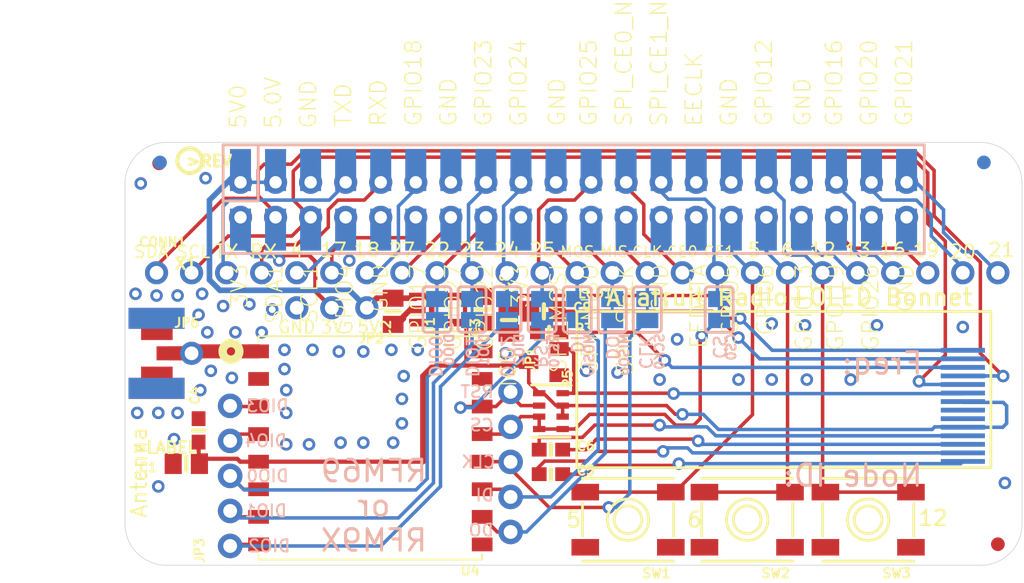
<source format=kicad_pcb>
(kicad_pcb (version 20211014) (generator pcbnew)
  (layers (0 "F.Cu" signal) (31 "B.Cu" signal) (34 "B.Paste" user) (35 "F.Paste" user) (36 "B.SilkS" user "B.Silkscreen") (37 "F.SilkS" user "F.Silkscreen") (38 "B.Mask" user) (39 "F.Mask" user) (44 "Edge.Cuts" user))
  (net 0 "")
  (net 1 "5.0V")
  (net 2 "SDA")
  (net 3 "SCL")
  (net 4 "GPIO4")
  (net 5 "GPIO17")
  (net 6 "GPIO27")
  (net 7 "GPIO22")
  (net 8 "SPI_MOSI")
  (net 9 "SPI_MISO")
  (net 10 "SPI_SCLK")
  (net 11 "GPIO5")
  (net 12 "GPIO6")
  (net 13 "GPIO13")
  (net 14 "GPIO19")
  (net 15 "GPIO26")
  (net 16 "3.3V")
  (net 17 "GND")
  (net 18 "TXD")
  (net 19 "RXD")
  (net 20 "GPIO18")
  (net 21 "GPIO24")
  (net 22 "GPIO25")
  (net 23 "SPI_CE0")
  (net 24 "SPI_CE1")
  (net 25 "EECLK")
  (net 26 "GPIO16")
  (net 27 "GPIO20")
  (net 28 "GPIO21")
  (net 29 "GPIO23")
  (net 30 "EEDATA")
  (net 31 "GPIO12")
  (net 32 "ANT")
  (net 33 "DIO3")
  (net 34 "DIO2")
  (net 35 "DIO1")
  (net 36 "DIO5")
  (net 37 "DIO4")
  (net 38 "DIO0")
  (net 39 "RFM_RST")
  (net 40 "RFM_MOSI")
  (net 41 "RFM_MISO")
  (net 42 "RFM_SCK")
  (net 43 "RFM_CS")
  (net 44 "RPI_3.3V")
  (net 45 "VBREF")
  (net 46 "N$1")
  (net 47 "N$2")
  (net 48 "N$3")
  (net 49 "N$4")
  (net 50 "VCOMH")
  (net 51 "N$7")
  (net 52 "VCC")
  (net 53 "~{OLED_RST}")
  (net 54 "RPI_3.3V@2")
  (footprint "boardEagle:0805-NO" (layer "F.Cu") (at 143.8141 102.5538 90)
    (fp_text reference "C8")
    (fp_text value "10uF")
  )
  (footprint "boardEagle:0603-NO" (layer "F.Cu") (at 146.8621 113.7298)
    (fp_text reference "C5")
    (fp_text value "1uF")
  )
  (footprint "boardEagle:EVQ-Q2_SMALLER" (layer "F.Cu") (at 152.4501 117.0318 180)
    (fp_text reference "SW1")
    (fp_text value "6mm")
  )
  (footprint "boardEagle:EVQ-Q2_SMALLER" (layer "F.Cu") (at 169.8491 117.0318 180)
    (fp_text reference "SW3")
    (fp_text value "6mm")
  )
  (footprint "boardEagle:1X05_ROUND_70" (layer "F.Cu") (at 123.6211 113.8568 90)
    (fp_text reference "JP3")
    (fp_text value "")
  )
  (footprint "boardEagle:0603-NO" (layer "F.Cu") (at 146.8621 111.9518)
    (fp_text reference "C6")
    (fp_text value "1uF")
  )
  (footprint "boardEagle:0603-NO" (layer "F.Cu") (at 121.3351 110.5548 90)
    (fp_text reference "C4")
    (fp_text value "0.1uF")
  )
  (footprint "boardEagle:0805-NO" (layer "F.Cu") (at 146.3541 101.9188)
    (fp_text reference "C9")
    (fp_text value "10uF")
  )
  (footprint "boardEagle:1X01_ROUND" (layer "F.Cu") (at 120.8271 104.9668)
    (fp_text reference "JP6")
    (fp_text value "")
  )
  (footprint "boardEagle:0603-NO" (layer "F.Cu") (at 146.7351 103.4428)
    (fp_text reference "R3")
    (fp_text value "390K")
  )
  (footprint "boardEagle:PI_BONNET_THMSMT" (layer "F.Cu") (at 116.0011 120.3338)
    (fp_text reference "RPI1" hide)
    (fp_text value "RASPBERRYPI_BPLUS_BONNET_THMSMT" hide)
    (fp_line (start 3 0) (end 62 0) (layer "Edge.Cuts") (width 0.05))
    (fp_line (start 65 -3) (end 65 -27.6604) (layer "Edge.Cuts") (width 0.05))
    (fp_line (start 0 -27.6604) (end 0 -3) (layer "Edge.Cuts") (width 0.05))
    (fp_line (start 62 -30.6604) (end 3 -30.6604) (layer "Edge.Cuts") (width 0.05))
    (fp_arc (start 62 -30.6604) (mid 64.12132 -29.78172) (end 65 -27.6604) (layer "Edge.Cuts") (width 0.05))
    (fp_arc (start 0 -27.6604) (mid 0.87868 -29.78172) (end 3 -30.6604) (layer "Edge.Cuts") (width 0.05))
    (fp_arc (start 3 0) (mid 0.87868 -0.87868) (end 0 -3) (layer "Edge.Cuts") (width 0.05))
    (fp_arc (start 65 -3) (mid 64.12132 -0.87868) (end 62 0) (layer "Edge.Cuts") (width 0.05))
  )
  (footprint "boardEagle:RESPACK_4X0603" (layer "F.Cu") (at 146.8621 109.1578 -90)
    (fp_text reference "R5")
    (fp_text value "10K")
  )
  (footprint "boardEagle:0805-NO" (layer "F.Cu") (at 135.4321 101.9188 -90)
    (fp_text reference "C2")
    (fp_text value "10uF")
  )
  (footprint "boardEagle:FIDUCIAL_1MM" (layer "F.Cu") (at 179.2471 118.8098)
    (fp_text reference "FID2" hide)
    (fp_text value "FIDUCIAL_1MM" hide)
  )
  (footprint "boardEagle:RFMHCW_SMT" (layer "F.Cu") (at 133.7811 111.8248 180)
    (fp_text reference "U4")
    (fp_text value "RFM69/9x")
  )
  (footprint "boardEagle:FIDUCIAL_1MM" (layer "F.Cu") (at 118.4776 91.1873)
    (fp_text reference "FID1" hide)
    (fp_text value "FIDUCIAL_1MM" hide)
  )
  (footprint "boardEagle:SOT23" (layer "F.Cu") (at 146.3541 105.6018 90)
    (fp_text reference "IC5")
    (fp_text value "APX803")
  )
  (footprint "boardEagle:0805-NO" (layer "F.Cu") (at 120.4461 112.9678 180)
    (fp_text reference "C1")
    (fp_text value "10uF")
  )
  (footprint "boardEagle:1X25_ROUND_70MIL" (layer "F.Cu") (at 148.7671 99.1248)
    (fp_text reference "CONN1")
    (fp_text value "HEADER-1X25")
  )
  (footprint "boardEagle:SOT23-5" (layer "F.Cu") (at 138.4801 101.7918 -90)
    (fp_text reference "U1")
    (fp_text value "AP2112K-3.3")
  )
  (footprint "boardEagle:0805-NO" (layer "F.Cu") (at 141.9091 101.7918 -90)
    (fp_text reference "C3")
    (fp_text value "10uF")
  )
  (footprint "boardEagle:1X05_ROUND_70" (layer "F.Cu") (at 143.9411 112.8408 -90)
    (fp_text reference "JP1")
    (fp_text value "")
  )
  (footprint "boardEagle:PCBFEAT-REV-040" (layer "F.Cu") (at 120.7001 90.9968)
    (fp_text reference "U$22" hide)
    (fp_text value "" hide)
  )
  (footprint "boardEagle:UG-2832HSWEG02_WRAPUNDER" (layer "F.Cu") (at 178.7391 107.5068)
    (fp_text reference "LCD1")
    (fp_text value "OLED 128x32")
  )
  (footprint "boardEagle:SMA_EDGELAUNCH_UFL" (layer "F.Cu") (at 116.2551 104.9668)
    (fp_text reference "X1")
    (fp_text value "uFL/SMA")
  )
  (footprint "boardEagle:EVQ-Q2_SMALLER" (layer "F.Cu") (at 161.0861 117.0318 180)
    (fp_text reference "SW2")
    (fp_text value "6mm")
  )
  (footprint "boardEagle:1X03_ROUND" (layer "F.Cu") (at 130.9871 101.6648 180)
    (fp_text reference "JP2")
    (fp_text value "")
  )
  (footprint "boardEagle:SOLDERJUMPER_CLOSEDWIRE" (layer "B.Cu") (at 143.6871 101.7918 90)
    (fp_text reference "DIO2")
    (fp_text value "")
  )
  (footprint "boardEagle:SOLDERJUMPER_CLOSEDWIRE" (layer "B.Cu") (at 141.1471 101.7918 90)
    (fp_text reference "DIO1")
    (fp_text value "")
  )
  (footprint "boardEagle:SOLDERJUMPER_CLOSEDWIRE" (layer "B.Cu") (at 153.8471 101.7918 90)
    (fp_text reference "SCK0")
    (fp_text value "")
  )
  (footprint "boardEagle:SOLDERJUMPER_CLOSEDWIRE" (layer "B.Cu") (at 151.3071 101.7918 90)
    (fp_text reference "MISO0")
    (fp_text value "")
  )
  (footprint "boardEagle:SOLDERJUMPER_CLOSEDWIRE" (layer "B.Cu") (at 138.6071 101.7918 90)
    (fp_text reference "DIO0")
    (fp_text value "")
  )
  (footprint "boardEagle:SOLDERJUMPER_CLOSEDWIRE" (layer "B.Cu") (at 146.2271 101.7918 90)
    (fp_text reference "RST0")
    (fp_text value "")
  )
  (footprint "boardEagle:SOLDERJUMPER_CLOSEDWIRE" (layer "B.Cu") (at 159.0541 101.7918 90)
    (fp_text reference "CS0")
    (fp_text value "")
  )
  (footprint "boardEagle:SOLDERJUMPER_CLOSEDWIRE" (layer "B.Cu") (at 148.7671 101.7918 90)
    (fp_text reference "MOSI0")
    (fp_text value "")
  )
  (gr_text "DIO4" (at 127.8121 111.8248) (layer "B.SilkS") (effects (font (size 0.87376 0.87376) (thickness 0.14224)) (justify left bottom mirror)))
  (gr_text "CS" (at 159.5621 103.5698 -90) (layer "B.SilkS") (effects (font (size 0.87376 0.87376) (thickness 0.14224)) (justify right top mirror)))
  (gr_text "DI" (at 149.2751 103.5698 -90) (layer "B.SilkS") (effects (font (size 0.87376 0.87376) (thickness 0.14224)) (justify right top mirror)))
  (gr_text "DIO1" (at 141.6551 103.5698 -90) (layer "B.SilkS") (effects (font (size 0.87376 0.87376) (thickness 0.14224)) (justify right top mirror)))
  (gr_text "DI" (at 142.7981 115.7618) (layer "B.SilkS") (effects (font (size 0.87376 0.87376) (thickness 0.14224)) (justify left bottom mirror)))
  (gr_text "DIO2" (at 144.1951 103.5698 -90) (layer "B.SilkS") (effects (font (size 0.87376 0.87376) (thickness 0.14224)) (justify right top mirror)))
  (gr_text "Node ID:" (at 173.9131 114.7458) (layer "B.SilkS") (effects (font (size 1.56464 1.56464) (thickness 0.21336)) (justify left bottom mirror)))
  (gr_text "RST" (at 142.7981 108.2688) (layer "B.SilkS") (effects (font (size 0.87376 0.87376) (thickness 0.14224)) (justify left bottom mirror)))
  (gr_text "DIO1" (at 127.8121 116.9048) (layer "B.SilkS") (effects (font (size 0.87376 0.87376) (thickness 0.14224)) (justify left bottom mirror)))
  (gr_text "DO" (at 151.8151 103.5698 -90) (layer "B.SilkS") (effects (font (size 0.87376 0.87376) (thickness 0.14224)) (justify right top mirror)))
  (gr_text "Freq:" (at 173.9131 106.6178) (layer "B.SilkS") (effects (font (size 1.56464 1.56464) (thickness 0.21336)) (justify left bottom mirror)))
  (gr_text "RFM69\nor\nRFM9X" (at 134.0351 116.0158) (layer "B.SilkS") (effects (font (size 1.56464 1.56464) (thickness 0.21336)) (justify mirror)))
  (gr_text "RST" (at 146.6081 103.5698 -90) (layer "B.SilkS") (effects (font (size 0.87376 0.87376) (thickness 0.14224)) (justify right top mirror)))
  (gr_text "DIO3" (at 127.9391 109.2848) (layer "B.SilkS") (effects (font (size 0.87376 0.87376) (thickness 0.14224)) (justify left bottom mirror)))
  (gr_text "DIO2" (at 128.0661 119.4448) (layer "B.SilkS") (effects (font (size 0.87376 0.87376) (thickness 0.14224)) (justify left bottom mirror)))
  (gr_text "DIO0" (at 138.9881 103.5698 -90) (layer "B.SilkS") (effects (font (size 0.87376 0.87376) (thickness 0.14224)) (justify right top mirror)))
  (gr_text "CS" (at 142.7981 110.6818) (layer "B.SilkS") (effects (font (size 0.87376 0.87376) (thickness 0.14224)) (justify left bottom mirror)))
  (gr_text "CLK" (at 154.2281 103.5698 -90) (layer "B.SilkS") (effects (font (size 0.87376 0.87376) (thickness 0.14224)) (justify right top mirror)))
  (gr_text "DIO0" (at 127.9391 114.3648) (layer "B.SilkS") (effects (font (size 0.87376 0.87376) (thickness 0.14224)) (justify left bottom mirror)))
  (gr_text "DO" (at 142.7981 118.3018) (layer "B.SilkS") (effects (font (size 0.87376 0.87376) (thickness 0.14224)) (justify left bottom mirror)))
  (gr_text "CLK" (at 142.9251 113.3488) (layer "B.SilkS") (effects (font (size 0.87376 0.87376) (thickness 0.14224)) (justify left bottom mirror)))
  (gr_text "CE0" (at 156.3871 97.6008) (layer "F.SilkS") (effects (font (size 0.78232 0.78232) (thickness 0.10668))))
  (gr_text "25" (at 146.2271 97.4738) (layer "F.SilkS") (effects (font (size 1.00584 1.00584) (thickness 0.13716))))
  (gr_text "6" (at 157.2761 117.0318) (layer "F.SilkS") (effects (font (size 1.0922 1.0922) (thickness 0.1778))))
  (gr_text "17" (at 131.1141 97.4738) (layer "F.SilkS") (effects (font (size 1.00584 1.00584) (thickness 0.13716))))
  (gr_text "CLK" (at 153.8471 97.6008) (layer "F.SilkS") (effects (font (size 0.78232 0.78232) (thickness 0.10668))))
  (gr_text "20" (at 176.7071 97.6008) (layer "F.SilkS") (effects (font (size 1.00584 1.00584) (thickness 0.13716))))
  (gr_text "16" (at 171.6271 97.4738) (layer "F.SilkS") (effects (font (size 1.00584 1.00584) (thickness 0.13716))))
  (gr_text "22" (at 138.6071 97.4738) (layer "F.SilkS") (effects (font (size 1.00584 1.00584) (thickness 0.13716))))
  (gr_text "4" (at 128.4471 97.4738) (layer "F.SilkS") (effects (font (size 1.00584 1.00584) (thickness 0.13716))))
  (gr_text "5" (at 161.5941 97.4738) (layer "F.SilkS") (effects (font (size 1.00584 1.00584) (thickness 0.13716))))
  (gr_text "5" (at 148.5131 117.0318) (layer "F.SilkS") (effects (font (size 1.0922 1.0922) (thickness 0.1778))))
  (gr_text "SDA" (at 117.9061 97.6008) (layer "F.SilkS") (effects (font (size 0.89408 0.89408) (thickness 0.12192))))
  (gr_text "5V" (at 133.6541 103.0618) (layer "F.SilkS") (effects (font (size 0.89408 0.89408) (thickness 0.12192))))
  (gr_text "SCL" (at 120.9541 97.6008) (layer "F.SilkS") (effects (font (size 0.89408 0.89408) (thickness 0.12192))))
  (gr_text "19" (at 174.0401 97.4738) (layer "F.SilkS") (effects (font (size 1.00584 1.00584) (thickness 0.13716))))
  (gr_text "Adafruit Radio+OLED Bonnet" (at 164.1341 100.9028) (layer "F.SilkS") (effects (font (size 1.223264 1.223264) (thickness 0.199136))))
  (gr_text "MIS" (at 151.4341 97.6008) (layer "F.SilkS") (effects (font (size 0.78232 0.78232) (thickness 0.10668))))
  (gr_text "CE1" (at 159.0541 97.6008) (layer "F.SilkS") (effects (font (size 0.78232 0.78232) (thickness 0.10668))))
  (gr_text "RX" (at 126.0341 97.6008) (layer "F.SilkS") (effects (font (size 1.00584 1.00584) (thickness 0.13716))))
  (gr_text "18" (at 133.5271 97.4738) (layer "F.SilkS") (effects (font (size 1.00584 1.00584) (thickness 0.13716))))
  (gr_text "12" (at 166.5471 97.4738) (layer "F.SilkS") (effects (font (size 1.00584 1.00584) (thickness 0.13716))))
  (gr_text "12" (at 174.5481 116.9048) (layer "F.SilkS") (effects (font (size 1.0922 1.0922) (thickness 0.1778))))
  (gr_text "27" (at 136.0671 97.4738) (layer "F.SilkS") (effects (font (size 1.00584 1.00584) (thickness 0.13716))))
  (gr_text "TX" (at 123.3671 97.6008) (layer "F.SilkS") (effects (font (size 1.00584 1.00584) (thickness 0.13716))))
  (gr_text "23" (at 141.1471 97.4738) (layer "F.SilkS") (effects (font (size 1.00584 1.00584) (thickness 0.13716))))
  (gr_text "13" (at 169.0871 97.4738) (layer "F.SilkS") (effects (font (size 1.00584 1.00584) (thickness 0.13716))))
  (gr_text "MOS" (at 148.7671 97.6008) (layer "F.SilkS") (effects (font (size 0.78232 0.78232) (thickness 0.10668))))
  (gr_text "Antenna" (at 117.0171 113.6028 90) (layer "F.SilkS") (effects (font (size 1.1176 1.1176) (thickness 0.1524))))
  (gr_text "3V" (at 130.9871 103.0618) (layer "F.SilkS") (effects (font (size 0.89408 0.89408) (thickness 0.12192))))
  (gr_text "21" (at 179.5011 97.4738) (layer "F.SilkS") (effects (font (size 1.00584 1.00584) (thickness 0.13716))))
  (gr_text "6" (at 164.0071 97.4738) (layer "F.SilkS") (effects (font (size 1.00584 1.00584) (thickness 0.13716))))
  (gr_text "24" (at 143.6871 97.4738) (layer "F.SilkS") (effects (font (size 1.00584 1.00584) (thickness 0.13716))))
  (gr_text "GND" (at 128.4471 103.0618) (layer "F.SilkS") (effects (font (size 0.89408 0.89408) (thickness 0.12192))))
  (segment (start 134.2231 100.9688) (end 133.5271 101.6648) (width 0.4064) (layer "F.Cu") (net 1))
  (segment (start 137.18 100.8418) (end 137.241 100.9028) (width 0.4064) (layer "F.Cu") (net 1))
  (segment (start 135.4321 100.9688) (end 137.053 100.9688) (width 0.4064) (layer "F.Cu") (net 1))
  (segment (start 137.241 100.9028) (end 138.2261 100.9028) (width 0.4064) (layer "F.Cu") (net 1))
  (segment (start 135.4321 100.9688) (end 134.2231 100.9688) (width 0.4064) (layer "F.Cu") (net 1))
  (segment (start 137.9111 102.7418) (end 137.18 102.7418) (width 0.4064) (layer "F.Cu") (net 1))
  (segment (start 138.2261 100.9028) (end 138.2261 102.4268) (width 0.4064) (layer "F.Cu") (net 1))
  (segment (start 138.2261 102.4268) (end 137.9111 102.7418) (width 0.4064) (layer "F.Cu") (net 1))
  (segment (start 137.053 100.9688) (end 137.18 100.8418) (width 0.4064) (layer "F.Cu") (net 1))
  (segment (start 126.9107 91.6764) (end 126.6691 91.918) (width 0.4064) (layer "B.Cu") (net 1))
  (segment (start 126.6691 92.5638) (end 124.3711 92.5638) (width 0.254) (layer "B.Cu") (net 1))
  (segment (start 124.3707 91.6764) (end 124.303962 91.6764) (width 0.4064) (layer "B.Cu") (net 1))
  (segment (start 122.1225 93.857863) (end 122.1225 99.640332) (width 0.4064) (layer "B.Cu") (net 1))
  (segment (start 122.876968 100.3948) (end 132.2571 100.3948) (width 0.4064) (layer "B.Cu") (net 1))
  (segment (start 124.3707 92.5634) (end 124.3711 92.5638) (width 0.254) (layer "B.Cu") (net 1))
  (segment (start 122.1225 99.640332) (end 122.876968 100.3948) (width 0.4064) (layer "B.Cu") (net 1))
  (segment (start 126.9111 92.5638) (end 126.6691 92.5638) (width 0.254) (layer "B.Cu") (net 1))
  (segment (start 124.303962 91.6764) (end 122.1225 93.857863) (width 0.4064) (layer "B.Cu") (net 1))
  (segment (start 126.6691 91.918) (end 126.6691 92.5638) (width 0.4064) (layer "B.Cu") (net 1))
  (segment (start 124.3707 91.6764) (end 124.3707 92.5634) (width 0.254) (layer "B.Cu") (net 1))
  (segment (start 132.2571 100.3948) (end 133.5271 101.6648) (width 0.4064) (layer "B.Cu") (net 1))
  (segment (start 126.9111 94.7948) (end 125.8436 93.7273) (width 0.254) (layer "F.Cu") (net 2))
  (segment (start 123.882231 93.7273) (end 123.887131 93.7322) (width 0.254) (layer "F.Cu") (net 2))
  (segment (start 174.6243 95.01) (end 177.9771 98.3628) (width 0.254) (layer "F.Cu") (net 2))
  (segment (start 123.1766 93.7273) (end 123.882231 93.7273) (width 0.254) (layer "F.Cu") (net 2))
  (segment (start 126.9111 95.1038) (end 126.9111 94.7948) (width 0.254) (layer "F.Cu") (net 2))
  (segment (start 128.054518 91.2508) (end 129.019718 90.2856) (width 0.254) (layer "F.Cu") (net 2))
  (segment (start 174.6243 91.696419) (end 174.6243 95.01) (width 0.254) (layer "F.Cu") (net 2))
  (segment (start 118.2871 98.6168) (end 123.1766 93.7273) (width 0.254) (layer "F.Cu") (net 2))
  (segment (start 125.6531 93.5368) (end 125.6531 91.6826) (width 0.254) (layer "F.Cu") (net 2))
  (segment (start 126.0849 91.2508) (end 128.054518 91.2508) (width 0.254) (layer "F.Cu") (net 2))
  (segment (start 177.9771 98.3628) (end 177.9771 104.9668) (width 0.254) (layer "F.Cu") (net 2))
  (segment (start 129.019718 90.2856) (end 173.213481 90.2856) (width 0.254) (layer "F.Cu") (net 2))
  (segment (start 124.855068 93.7322) (end 124.859968 93.7273) (width 0.254) (layer "F.Cu") (net 2))
  (segment (start 125.8436 93.7273) (end 125.6531 93.5368) (width 0.254) (layer "F.Cu") (net 2))
  (segment (start 123.887131 93.7322) (end 124.855068 93.7322) (width 0.254) (layer "F.Cu") (net 2))
  (segment (start 173.213481 90.2856) (end 174.6243 91.696419) (width 0.254) (layer "F.Cu") (net 2))
  (segment (start 125.6531 91.6826) (end 126.0849 91.2508) (width 0.254) (layer "F.Cu") (net 2))
  (segment (start 124.859968 93.7273) (end 125.8436 93.7273) (width 0.254) (layer "F.Cu") (net 2))
  (segment (start 177.9771 104.9668) (end 179.6281 106.6178) (width 0.254) (layer "F.Cu") (net 2))
  (segment (start 118.2871 99.1248) (end 118.2871 98.6168) (width 0.254) (layer "F.Cu") (net 2))
  (via (at 179.6281 106.6178) (size 0.9064) (drill 0.5) (layers "F.Cu" "B.Cu") (net 2))
  (segment (start 126.9111 95.994) (end 126.9111 95.1038) (width 0.254) (layer "B.Cu") (net 2))
  (segment (start 179.6171 106.6068) (end 176.7091 106.6068) (width 0.254) (layer "B.Cu") (net 2))
  (segment (start 126.9107 95.9944) (end 126.9111 95.994) (width 0.254) (layer "B.Cu") (net 2))
  (segment (start 179.6281 106.6178) (end 179.6171 106.6068) (width 0.254) (layer "B.Cu") (net 2))
  (segment (start 175.4371 96.8388) (end 175.4371 103.1888) (width 0.254) (layer "F.Cu") (net 3))
  (segment (start 173.5321 106.9988) (end 175.4371 105.0938) (width 0.254) (layer "F.Cu") (net 3))
  (segment (start 129.4511 95.1038) (end 128.0971 96.4578) (width 0.254) (layer "F.Cu") (net 3))
  (segment (start 174.1671 95.5688) (end 175.4371 96.8388) (width 0.254) (layer "F.Cu") (net 3))
  (segment (start 128.0971 96.4578) (end 123.4941 96.4578) (width 0.254) (layer "F.Cu") (net 3))
  (segment (start 128.1931 93.8458) (end 129.4511 95.1038) (width 0.254) (layer "F.Cu") (net 3))
  (segment (start 123.4941 96.4578) (end 120.8271 99.1248) (width 0.254) (layer "F.Cu") (net 3))
  (segment (start 128.1931 91.7588) (end 128.1931 93.8458) (width 0.254) (layer "F.Cu") (net 3))
  (segment (start 175.4371 105.0938) (end 175.4371 103.1888) (width 0.254) (layer "F.Cu") (net 3))
  (segment (start 173.0241 90.7428) (end 129.2091 90.7428) (width 0.254) (layer "F.Cu") (net 3))
  (segment (start 174.1671 91.8858) (end 174.1671 95.5688) (width 0.254) (layer "F.Cu") (net 3))
  (segment (start 174.1671 91.8858) (end 173.0241 90.7428) (width 0.254) (layer "F.Cu") (net 3))
  (segment (start 129.2091 90.7428) (end 128.1931 91.7588) (width 0.254) (layer "F.Cu") (net 3))
  (via (at 173.5321 106.9988) (size 0.9064) (drill 0.5) (layers "F.Cu" "B.Cu") (net 3))
  (segment (start 176.7091 107.2268) (end 173.7601 107.2268) (width 0.254) (layer "B.Cu") (net 3))
  (segment (start 129.4511 95.994) (end 129.4511 95.1038) (width 0.254) (layer "B.Cu") (net 3))
  (segment (start 129.4507 95.9944) (end 129.4511 95.994) (width 0.254) (layer "B.Cu") (net 3))
  (segment (start 173.7601 107.2268) (end 173.5321 106.9988) (width 0.254) (layer "B.Cu") (net 3))
  (segment (start 129.2091 99.1248) (end 131.9911 96.3428) (width 0.254) (layer "B.Cu") (net 4))
  (segment (start 131.9907 95.9944) (end 131.9911 95.994) (width 0.254) (layer "B.Cu") (net 4))
  (segment (start 128.4471 99.1248) (end 129.2091 99.1248) (width 0.254) (layer "B.Cu") (net 4))
  (segment (start 131.9911 95.994) (end 131.9911 95.1038) (width 0.254) (layer "B.Cu") (net 4))
  (segment (start 131.9911 96.3428) (end 131.9911 95.1038) (width 0.254) (layer "B.Cu") (net 4))
  (segment (start 132.0031 96.5848) (end 136.5751 96.5848) (width 0.254) (layer "F.Cu") (net 5))
  (segment (start 137.0711 96.0888) (end 137.0711 95.1038) (width 0.3048) (layer "F.Cu") (net 5))
  (segment (start 130.9871 97.6008) (end 132.0031 96.5848) (width 0.254) (layer "F.Cu") (net 5))
  (segment (start 136.5751 96.5848) (end 137.0711 96.0888) (width 0.254) (layer "F.Cu") (net 5))
  (segment (start 130.9871 99.1248) (end 130.9871 97.6008) (width 0.254) (layer "F.Cu") (net 5))
  (segment (start 137.0711 95.994) (end 137.0711 95.1038) (width 0.254) (layer "B.Cu") (net 5))
  (segment (start 137.0707 95.9944) (end 137.0711 95.994) (width 0.254) (layer "B.Cu") (net 5))
  (segment (start 139.6111 95.5808) (end 136.0671 99.1248) (width 0.254) (layer "F.Cu") (net 6))
  (segment (start 139.6111 95.1038) (end 139.6111 95.5808) (width 0.254) (layer "F.Cu") (net 6))
  (segment (start 139.6107 95.9944) (end 139.6111 95.994) (width 0.254) (layer "B.Cu") (net 6))
  (segment (start 139.6111 95.994) (end 139.6111 95.1038) (width 0.254) (layer "B.Cu") (net 6))
  (segment (start 142.1511 95.5808) (end 138.6071 99.1248) (width 0.254) (layer "F.Cu") (net 7))
  (segment (start 142.1511 95.1038) (end 142.1511 95.5808) (width 0.254) (layer "F.Cu") (net 7))
  (segment (start 138.6071 101.0298) (end 138.6071 99.1248) (width 0.254) (layer "B.Cu") (net 7))
  (segment (start 142.1507 95.1042) (end 142.1511 95.1038) (width 0.254) (layer "B.Cu") (net 7))
  (segment (start 142.1507 95.9944) (end 142.1507 95.1042) (width 0.254) (layer "B.Cu") (net 7))
  (segment (start 148.7671 99.1248) (end 147.2311 97.5888) (width 0.254) (layer "F.Cu") (net 8))
  (segment (start 147.2311 97.5888) (end 147.2311 95.1038) (width 0.254) (layer "F.Cu") (net 8))
  (segment (start 148.7671 101.0298) (end 148.7671 99.1248) (width 0.254) (layer "B.Cu") (net 8))
  (segment (start 147.2311 95.994) (end 147.2311 95.1038) (width 0.254) (layer "B.Cu") (net 8))
  (segment (start 147.2307 95.9944) (end 147.2311 95.994) (width 0.254) (layer "B.Cu") (net 8))
  (segment (start 151.3071 99.1248) (end 149.7711 97.5888) (width 0.254) (layer "F.Cu") (net 9))
  (segment (start 149.7711 97.5888) (end 149.7711 95.1038) (width 0.254) (layer "F.Cu") (net 9))
  (segment (start 149.7707 95.9944) (end 149.7707 95.1042) (width 0.254) (layer "B.Cu") (net 9))
  (segment (start 149.7707 95.1042) (end 149.7711 95.1038) (width 0.254) (layer "B.Cu") (net 9))
  (segment (start 151.3071 101.0298) (end 151.3071 99.1248) (width 0.254) (layer "B.Cu") (net 9))
  (segment (start 152.3111 97.5888) (end 152.3111 95.1038) (width 0.254) (layer "F.Cu") (net 10))
  (segment (start 153.8471 99.1248) (end 152.3111 97.5888) (width 0.254) (layer "F.Cu") (net 10))
  (segment (start 152.3107 95.1042) (end 152.3111 95.1038) (width 0.254) (layer "B.Cu") (net 10))
  (segment (start 153.8471 99.1248) (end 153.8471 101.0298) (width 0.254) (layer "B.Cu") (net 10))
  (segment (start 152.3107 95.9944) (end 152.3107 95.1042) (width 0.254) (layer "B.Cu") (net 10))
  (segment (start 161.4671 109.4118) (end 155.8471 115.0318) (width 0.254) (layer "F.Cu") (net 11))
  (segment (start 161.4671 109.4118) (end 161.4671 99.1248) (width 0.254) (layer "F.Cu") (net 11))
  (segment (start 149.3501 115.0318) (end 155.5501 115.0318) (width 0.254) (layer "F.Cu") (net 11))
  (segment (start 155.5501 115.0318) (end 155.8471 115.0318) (width 0.254) (layer "F.Cu") (net 11))
  (segment (start 159.9307 95.9944) (end 159.9311 95.9948) (width 0.254) (layer "B.Cu") (net 11))
  (segment (start 159.9311 95.9948) (end 159.9311 97.5888) (width 0.254) (layer "B.Cu") (net 11))
  (segment (start 159.9311 95.1038) (end 159.9311 95.9948) (width 0.254) (layer "B.Cu") (net 11))
  (segment (start 159.9311 97.5888) (end 161.4671 99.1248) (width 0.254) (layer "B.Cu") (net 11))
  (segment (start 164.0071 114.8528) (end 164.1861 115.0318) (width 0.254) (layer "F.Cu") (net 12))
  (segment (start 157.9861 115.0318) (end 164.1861 115.0318) (width 0.254) (layer "F.Cu") (net 12))
  (segment (start 164.0071 99.1248) (end 164.0071 114.8528) (width 0.254) (layer "F.Cu") (net 12))
  (segment (start 162.4711 95.994) (end 162.4711 95.3148) (width 0.254) (layer "B.Cu") (net 12))
  (segment (start 162.4711 97.5888) (end 164.0071 99.1248) (width 0.254) (layer "B.Cu") (net 12))
  (segment (start 162.4707 95.9944) (end 162.4711 95.994) (width 0.254) (layer "B.Cu") (net 12))
  (segment (start 162.4711 95.3148) (end 162.4711 97.5888) (width 0.254) (layer "B.Cu") (net 12))
  (segment (start 162.4711 95.1038) (end 162.4711 95.3148) (width 0.254) (layer "B.Cu") (net 12))
  (segment (start 166.4201 97.8548) (end 165.0107 96.4454) (width 0.254) (layer "B.Cu") (net 13))
  (segment (start 168.8331 98.8708) (end 169.0871 99.1248) (width 0.254) (layer "B.Cu") (net 13))
  (segment (start 168.3251 98.8708) (end 168.8331 98.8708) (width 0.254) (layer "B.Cu") (net 13))
  (segment (start 167.3091 97.8548) (end 166.4201 97.8548) (width 0.254) (layer "B.Cu") (net 13))
  (segment (start 165.0107 96.4454) (end 165.0107 95.9944) (width 0.254) (layer "B.Cu") (net 13))
  (segment (start 167.3091 97.8548) (end 168.3251 98.8708) (width 0.254) (layer "B.Cu") (net 13))
  (segment (start 165.0107 95.9944) (end 165.0107 95.1042) (width 0.254) (layer "B.Cu") (net 13))
  (segment (start 165.0107 95.1042) (end 165.0111 95.1038) (width 0.254) (layer "B.Cu") (net 13))
  (segment (start 168.7061 97.3468) (end 172.3891 97.3468) (width 0.254) (layer "F.Cu") (net 14))
  (segment (start 167.5511 95.1038) (end 167.5511 96.1918) (width 0.254) (layer "F.Cu") (net 14))
  (segment (start 167.5511 96.1918) (end 168.7061 97.3468) (width 0.254) (layer "F.Cu") (net 14))
  (segment (start 172.3891 97.3468) (end 174.1671 99.1248) (width 0.254) (layer "F.Cu") (net 14))
  (segment (start 167.5507 95.9944) (end 167.5511 95.994) (width 0.254) (layer "B.Cu") (net 14))
  (segment (start 167.5511 95.994) (end 167.5511 95.1038) (width 0.254) (layer "B.Cu") (net 14))
  (segment (start 170.0911 95.994) (end 170.0911 95.1038) (width 0.254) (layer "B.Cu") (net 15))
  (segment (start 170.0907 95.9944) (end 170.0911 95.994) (width 0.254) (layer "B.Cu") (net 15))
  (segment (start 138.2261 105.9828) (end 138.4801 105.9828) (width 0.4064) (layer "F.Cu") (net 16))
  (segment (start 121.3351 111.4048) (end 121.3351 112.9068) (width 0.3048) (layer "F.Cu") (net 16))
  (segment (start 140.3851 105.8558) (end 145.0001 105.8558) (width 0.3048) (layer "F.Cu") (net 16))
  (segment (start 139.7802 100.8418) (end 140.6391 100.8418) (width 0.4064) (layer "F.Cu") (net 16))
  (segment (start 137.5911 106.6178) (end 138.2261 105.9828) (width 0.4064) (layer "F.Cu") (net 16))
  (segment (start 140.6391 102.222807) (end 140.7358 102.319507) (width 0.3048) (layer "F.Cu") (net 16))
  (segment (start 140.6391 100.8418) (end 141.9091 100.8418) (width 0.4064) (layer "F.Cu") (net 16))
  (segment (start 146.3241 107.8578) (end 147.2241 108.7578) (width 0.254) (layer "F.Cu") (net 16))
  (segment (start 140.7358 105.5051) (end 140.3851 105.8558) (width 0.3048) (layer "F.Cu") (net 16))
  (segment (start 124.349231 112.8248) (end 124.136631 112.6122) (width 0.3048) (layer "F.Cu") (net 16))
  (segment (start 147.7121 108.7578) (end 147.7121 109.5578) (width 0.254) (layer "F.Cu") (net 16))
  (segment (start 138.4801 105.9828) (end 138.6071 105.8558) (width 0.4064) (layer "F.Cu") (net 16))
  (segment (start 156.3871 109.3904) (end 155.8791 109.3904) (width 0.254) (layer "F.Cu") (net 16))
  (segment (start 121.3351 112.9068) (end 121.3961 112.9678) (width 0.3048) (layer "F.Cu") (net 16))
  (segment (start 146.0121 107.8578) (end 146.3241 107.8578) (width 0.254) (layer "F.Cu") (net 16))
  (segment (start 155.2465 108.7578) (end 147.7121 108.7578) (width 0.254) (layer "F.Cu") (net 16))
  (segment (start 145.2541 105.6018) (end 145.0001 105.8558) (width 0.3048) (layer "F.Cu") (net 16))
  (segment (start 147.2241 108.7578) (end 147.7121 108.7578) (width 0.254) (layer "F.Cu") (net 16))
  (segment (start 125.6811 112.8248) (end 124.349231 112.8248) (width 0.3048) (layer "F.Cu") (net 16))
  (segment (start 124.136631 112.6122) (end 121.7517 112.6122) (width 0.3048) (layer "F.Cu") (net 16))
  (segment (start 155.8791 109.3904) (end 155.2465 108.7578) (width 0.254) (layer "F.Cu") (net 16))
  (segment (start 125.6811 112.8248) (end 137.5911 112.8248) (width 0.3048) (layer "F.Cu") (net 16))
  (segment (start 140.7358 102.319507) (end 140.7358 105.5051) (width 0.3048) (layer "F.Cu") (net 16))
  (segment (start 140.6391 100.8418) (end 140.6391 102.222807) (width 0.3048) (layer "F.Cu") (net 16))
  (segment (start 137.5911 112.8248) (end 137.5911 106.6178) (width 0.4064) (layer "F.Cu") (net 16))
  (segment (start 145.2541 107.0998) (end 146.0121 107.8578) (width 0.254) (layer "F.Cu") (net 16))
  (segment (start 145.2541 105.6018) (end 145.2541 107.0998) (width 0.254) (layer "F.Cu") (net 16))
  (segment (start 121.7517 112.6122) (end 121.3961 112.9678) (width 0.3048) (layer "F.Cu") (net 16))
  (segment (start 138.6071 105.8558) (end 140.3851 105.8558) (width 0.3048) (layer "F.Cu") (net 16))
  (via (at 156.3871 109.3904) (size 0.9064) (drill 0.5) (layers "F.Cu" "B.Cu") (net 16))
  (segment (start 179.6021 110.3268) (end 179.8821 110.0468) (width 0.254) (layer "B.Cu") (net 16))
  (segment (start 157.901281 109.3904) (end 159.000481 110.4896) (width 0.254) (layer "B.Cu") (net 16))
  (segment (start 176.7091 110.3268) (end 179.6021 110.3268) (width 0.254) (layer "B.Cu") (net 16))
  (segment (start 174.4863 110.4896) (end 174.6751 110.3008) (width 0.254) (layer "B.Cu") (net 16))
  (segment (start 159.000481 110.4896) (end 174.4863 110.4896) (width 0.254) (layer "B.Cu") (net 16))
  (segment (start 179.8821 110.0468) (end 179.8821 108.7768) (width 0.254) (layer "B.Cu") (net 16))
  (segment (start 179.8821 108.7768) (end 179.6281 108.5228) (width 0.254) (layer "B.Cu") (net 16))
  (segment (start 176.6831 110.3008) (end 176.7091 110.3268) (width 0.254) (layer "B.Cu") (net 16))
  (segment (start 174.6751 110.3008) (end 176.6831 110.3008) (width 0.254) (layer "B.Cu") (net 16))
  (segment (start 176.7651 108.5228) (end 176.7091 108.4668) (width 0.254) (layer "B.Cu") (net 16))
  (segment (start 157.901281 109.3904) (end 156.3871 109.3904) (width 0.254) (layer "B.Cu") (net 16))
  (segment (start 179.6281 108.5228) (end 176.7651 108.5228) (width 0.254) (layer "B.Cu") (net 16))
  (segment (start 136.680262 101.7918) (end 136.1736 102.298463) (width 0.4064) (layer "F.Cu") (net 17))
  (segment (start 145.8851 102.3998) (end 145.4041 101.9188) (width 0.4064) (layer "F.Cu") (net 17))
  (segment (start 137.18 101.7918) (end 136.680262 101.7918) (width 0.4064) (layer "F.Cu") (net 17))
  (segment (start 136.1736 102.4473) (end 135.7521 102.8688) (width 0.4064) (layer "F.Cu") (net 17))
  (segment (start 136.1736 102.298463) (end 136.1736 102.4473) (width 0.4064) (layer "F.Cu") (net 17))
  (segment (start 145.8851 103.4428) (end 145.8851 102.3998) (width 0.4064) (layer "F.Cu") (net 17))
  (segment (start 135.7521 102.8688) (end 135.4321 102.8688) (width 0.4064) (layer "F.Cu") (net 17))
  (via (at 125.9071 103.4428) (size 0.9064) (drill 0.5) (layers "F.Cu" "B.Cu") (net 17))
  (via (at 118.4141 114.6188) (size 0.9064) (drill 0.5) (layers "F.Cu" "B.Cu") (net 17))
  (via (at 136.1941 106.6178) (size 0.9064) (drill 0.5) (layers "F.Cu" "B.Cu") (net 17))
  (via (at 133.2731 104.8398) (size 0.9064) (drill 0.5) (layers "F.Cu" "B.Cu") (net 17))
  (via (at 136.0671 110.0468) (size 0.9064) (drill 0.5) (layers "F.Cu" "B.Cu") (net 17))
  (via (at 168.5791 106.8718) (size 0.9064) (drill 0.5) (layers "F.Cu" "B.Cu") (net 17))
  (via (at 156.0061 103.9508) (size 0.9064) (drill 0.5) (layers "F.Cu" "B.Cu") (net 17))
  (via (at 125.0181 101.4108) (size 0.9064) (drill 0.5) (layers "F.Cu" "B.Cu") (net 17))
  (via (at 127.5581 106.1098) (size 0.9064) (drill 0.5) (layers "F.Cu" "B.Cu") (net 17))
  (via (at 179.7551 114.3648) (size 0.9064) (drill 0.5) (layers "F.Cu" "B.Cu") (net 17))
  (via (at 122.2241 106.2368) (size 0.9064) (drill 0.5) (layers "F.Cu" "B.Cu") (net 17))
  (via (at 118.4141 109.2848) (size 0.9064) (drill 0.5) (layers "F.Cu" "B.Cu") (net 17))
  (via (at 176.7071 103.0618) (size 0.9064) (drill 0.5) (layers "F.Cu" "B.Cu") (net 17))
  (via (at 121.3351 102.1728) (size 0.9064) (drill 0.5) (layers "F.Cu" "B.Cu") (net 17))
  (via (at 135.4321 111.4438) (size 0.9064) (drill 0.5) (layers "F.Cu" "B.Cu") (net 17))
  (via (at 118.2871 100.7758) (size 0.9064) (drill 0.5) (layers "F.Cu" "B.Cu") (net 17))
  (via (at 119.8111 109.2848) (size 0.9064) (drill 0.5) (layers "F.Cu" "B.Cu") (net 17))
  (via (at 121.4621 107.6338) (size 0.9064) (drill 0.5) (layers "F.Cu" "B.Cu") (net 17))
  (via (at 121.5891 100.6488) (size 0.9064) (drill 0.5) (layers "F.Cu" "B.Cu") (net 17))
  (via (at 135.3051 104.7128) (size 0.9064) (drill 0.5) (layers "F.Cu" "B.Cu") (net 17))
  (via (at 133.2731 111.4438) (size 0.9064) (drill 0.5) (layers "F.Cu" "B.Cu") (net 17))
  (via (at 165.2771 102.9348) (size 0.9064) (drill 0.5) (layers "F.Cu" "B.Cu") (net 17))
  (via (at 129.5901 104.7128) (size 0.9064) (drill 0.5) (layers "F.Cu" "B.Cu") (net 17))
  (via (at 162.8641 102.8078) (size 0.9064) (drill 0.5) (layers "F.Cu" "B.Cu") (net 17))
  (via (at 162.8641 106.8718) (size 0.9064) (drill 0.5) (layers "F.Cu" "B.Cu") (net 17))
  (via (at 160.4511 106.8718) (size 0.9064) (drill 0.5) (layers "F.Cu" "B.Cu") (net 17))
  (via (at 129.3361 111.5708) (size 0.9064) (drill 0.5) (layers "F.Cu" "B.Cu") (net 17))
  (via (at 154.7361 106.8718) (size 0.9064) (drill 0.5) (layers "F.Cu" "B.Cu") (net 17))
  (via (at 126.6691 101.7918) (size 0.9064) (drill 0.5) (layers "F.Cu" "B.Cu") (net 17))
  (via (at 136.0671 108.2688) (size 0.9064) (drill 0.5) (layers "F.Cu" "B.Cu") (net 17))
  (via (at 127.6851 107.6338) (size 0.9064) (drill 0.5) (layers "F.Cu" "B.Cu") (net 17))
  (via (at 116.8901 109.2848) (size 0.9064) (drill 0.5) (layers "F.Cu" "B.Cu") (net 17))
  (via (at 132.2571 98.2358) (size 0.9064) (drill 0.5) (layers "F.Cu" "B.Cu") (net 17))
  (via (at 131.6221 111.4438) (size 0.9064) (drill 0.5) (layers "F.Cu" "B.Cu") (net 17))
  (via (at 131.4951 104.8398) (size 0.9064) (drill 0.5) (layers "F.Cu" "B.Cu") (net 17))
  (via (at 119.8111 100.7758) (size 0.9064) (drill 0.5) (layers "F.Cu" "B.Cu") (net 17))
  (via (at 123.1131 101.5378) (size 0.9064) (drill 0.5) (layers "F.Cu" "B.Cu") (net 17))
  (via (at 124.0021 103.4428) (size 0.9064) (drill 0.5) (layers "F.Cu" "B.Cu") (net 17))
  (via (at 116.7631 100.6488) (size 0.9064) (drill 0.5) (layers "F.Cu" "B.Cu") (net 17))
  (via (at 127.6851 109.2848) (size 0.9064) (drill 0.5) (layers "F.Cu" "B.Cu") (net 17))
  (via (at 117.1441 92.6478) (size 0.9064) (drill 0.5) (layers "F.Cu" "B.Cu") (net 17))
  (via (at 121.8431 92.2668) (size 0.9064) (drill 0.5) (layers "F.Cu" "B.Cu") (net 17))
  (via (at 119.5571 111.1898) (size 0.9064) (drill 0.5) (layers "F.Cu" "B.Cu") (net 17))
  (via (at 127.6851 111.5708) (size 0.9064) (drill 0.5) (layers "F.Cu" "B.Cu") (net 17))
  (via (at 149.4021 106.2368) (size 0.9064) (drill 0.5) (layers "F.Cu" "B.Cu") (net 17))
  (via (at 137.2101 104.7128) (size 0.9064) (drill 0.5) (layers "F.Cu" "B.Cu") (net 17))
  (via (at 123.7481 106.7448) (size 0.9064) (drill 0.5) (layers "F.Cu" "B.Cu") (net 17))
  (via (at 170.4841 102.9348) (size 0.9064) (drill 0.5) (layers "F.Cu" "B.Cu") (net 17))
  (via (at 121.9701 103.4428) (size 0.9064) (drill 0.5) (layers "F.Cu" "B.Cu") (net 17))
  (via (at 127.5581 104.7128) (size 0.9064) (drill 0.5) (layers "F.Cu" "B.Cu") (net 17))
  (via (at 165.4041 106.8718) (size 0.9064) (drill 0.5) (layers "F.Cu" "B.Cu") (net 17))
  (via (at 143.5601 104.9668) (size 0.9064) (drill 0.5) (layers "F.Cu" "B.Cu") (net 17))
  (via (at 151.6881 106.3638) (size 0.9064) (drill 0.5) (layers "F.Cu" "B.Cu") (net 17))
  (segment (start 139.6107 92.5634) (end 139.6111 92.5638) (width 0.254) (layer "B.Cu") (net 17))
  (segment (start 159.9311 91.6768) (end 159.9311 92.5638) (width 0.254) (layer "B.Cu") (net 17))
  (segment (start 172.6311 95.994) (end 172.6311 95.1038) (width 0.254) (layer "B.Cu") (net 17))
  (segment (start 165.0111 91.6768) (end 165.0111 92.5638) (width 0.254) (layer "B.Cu") (net 17))
  (segment (start 129.4507 92.5634) (end 129.4511 92.5638) (width 0.254) (layer "B.Cu") (net 17))
  (segment (start 159.9307 91.6764) (end 159.9311 91.6768) (width 0.254) (layer "B.Cu") (net 17))
  (segment (start 134.5307 95.9944) (end 134.5311 95.994) (width 0.254) (layer "B.Cu") (net 17))
  (segment (start 165.0107 91.6764) (end 165.0111 91.6768) (width 0.254) (layer "B.Cu") (net 17))
  (segment (start 172.6307 95.9944) (end 172.6311 95.994) (width 0.254) (layer "B.Cu") (net 17))
  (segment (start 129.4507 91.6764) (end 129.4507 92.5634) (width 0.254) (layer "B.Cu") (net 17))
  (segment (start 139.6107 91.6764) (end 139.6107 92.5634) (width 0.254) (layer "B.Cu") (net 17))
  (segment (start 134.5311 95.994) (end 134.5311 95.1038) (width 0.254) (layer "B.Cu") (net 17))
  (segment (start 123.1131 94.2988) (end 123.1131 98.6168) (width 0.254) (layer "B.Cu") (net 18))
  (segment (start 131.9907 91.6764) (end 131.9907 92.5634) (width 0.254) (layer "B.Cu") (net 18))
  (segment (start 123.1131 98.6168) (end 123.3671 98.8708) (width 0.254) (layer "B.Cu") (net 18))
  (segment (start 131.9907 92.5634) (end 131.9911 92.5638) (width 0.254) (layer "B.Cu") (net 18))
  (segment (start 130.7966 93.8543) (end 123.5576 93.8543) (width 0.254) (layer "B.Cu") (net 18))
  (segment (start 131.9911 92.6598) (end 130.7966 93.8543) (width 0.254) (layer "B.Cu") (net 18))
  (segment (start 131.9911 92.5638) (end 131.9911 92.6598) (width 0.254) (layer "B.Cu") (net 18))
  (segment (start 123.5576 93.8543) (end 123.1131 94.2988) (width 0.254) (layer "B.Cu") (net 18))
  (segment (start 123.3671 98.8708) (end 123.3671 99.1248) (width 0.254) (layer "B.Cu") (net 18))
  (segment (start 129.0821 96.4578) (end 130.0981 96.4578) (width 0.254) (layer "F.Cu") (net 19))
  (segment (start 131.4316 93.8543) (end 133.3366 93.8543) (width 0.254) (layer "F.Cu") (net 19))
  (segment (start 128.4471 97.0928) (end 129.0821 96.4578) (width 0.254) (layer "F.Cu") (net 19))
  (segment (start 134.5311 92.5638) (end 134.5311 92.6598) (width 0.254) (layer "F.Cu") (net 19))
  (segment (start 130.7331 94.5528) (end 131.4316 93.8543) (width 0.254) (layer "F.Cu") (net 19))
  (segment (start 125.9071 99.1248) (end 125.9071 97.4738) (width 0.254) (layer "F.Cu") (net 19))
  (segment (start 130.0981 96.4578) (end 130.7331 95.8228) (width 0.254) (layer "F.Cu") (net 19))
  (segment (start 134.5311 92.6598) (end 133.3366 93.8543) (width 0.254) (layer "F.Cu") (net 19))
  (segment (start 125.9071 97.4738) (end 126.2881 97.0928) (width 0.254) (layer "F.Cu") (net 19))
  (segment (start 130.7331 95.8228) (end 130.7331 94.5528) (width 0.254) (layer "F.Cu") (net 19))
  (segment (start 126.2881 97.0928) (end 128.4471 97.0928) (width 0.254) (layer "F.Cu") (net 19))
  (segment (start 134.5307 92.5634) (end 134.5311 92.5638) (width 0.254) (layer "B.Cu") (net 19))
  (segment (start 134.5307 91.6764) (end 134.5307 92.5634) (width 0.254) (layer "B.Cu") (net 19))
  (segment (start 134.280275 99.1248) (end 135.8131 97.591975) (width 0.254) (layer "B.Cu") (net 20))
  (segment (start 137.0707 91.6764) (end 137.0707 92.5634) (width 0.254) (layer "B.Cu") (net 20))
  (segment (start 135.8131 94.2988) (end 137.0711 93.0408) (width 0.254) (layer "B.Cu") (net 20))
  (segment (start 137.0707 92.5634) (end 137.0711 92.5638) (width 0.254) (layer "B.Cu") (net 20))
  (segment (start 137.0711 93.0408) (end 137.0711 92.5638) (width 0.254) (layer "B.Cu") (net 20))
  (segment (start 135.8131 97.591975) (end 135.8131 94.2988) (width 0.254) (layer "B.Cu") (net 20))
  (segment (start 133.5271 99.1248) (end 134.280275 99.1248) (width 0.254) (layer "B.Cu") (net 20))
  (segment (start 144.6907 91.6764) (end 144.6907 92.5634) (width 0.254) (layer "B.Cu") (net 21))
  (segment (start 143.4331 98.8708) (end 143.6871 99.1248) (width 0.254) (layer "B.Cu") (net 21))
  (segment (start 143.4331 94.2988) (end 143.4331 98.8708) (width 0.254) (layer "B.Cu") (net 21))
  (segment (start 144.6911 92.5638) (end 144.6911 93.0408) (width 0.254) (layer "B.Cu") (net 21))
  (segment (start 143.6871 101.0298) (end 143.6871 99.1248) (width 0.254) (layer "B.Cu") (net 21))
  (segment (start 144.6911 93.0408) (end 143.4331 94.2988) (width 0.254) (layer "B.Cu") (net 21))
  (segment (start 144.6907 92.5634) (end 144.6911 92.5638) (width 0.254) (layer "B.Cu") (net 21))
  (segment (start 146.2271 99.1248) (end 145.9731 98.8708) (width 0.254) (layer "F.Cu") (net 22))
  (segment (start 145.9731 98.8708) (end 145.9731 94.5528) (width 0.254) (layer "F.Cu") (net 22))
  (segment (start 146.6716 93.8543) (end 148.5766 93.8543) (width 0.254) (layer "F.Cu") (net 22))
  (segment (start 149.7711 92.5638) (end 149.7711 92.6598) (width 0.254) (layer "F.Cu") (net 22))
  (segment (start 145.9731 94.5528) (end 146.6716 93.8543) (width 0.254) (layer "F.Cu") (net 22))
  (segment (start 149.7711 92.6598) (end 148.5766 93.8543) (width 0.254) (layer "F.Cu") (net 22))
  (segment (start 146.2271 101.0298) (end 146.2271 99.1248) (width 0.254) (layer "B.Cu") (net 22))
  (segment (start 149.7707 91.6764) (end 149.7707 92.5634) (width 0.254) (layer "B.Cu") (net 22))
  (segment (start 149.7707 92.5634) (end 149.7711 92.5638) (width 0.254) (layer "B.Cu") (net 22))
  (segment (start 152.3111 92.8898) (end 152.3111 92.5638) (width 0.254) (layer "F.Cu") (net 23))
  (segment (start 153.5931 94.1718) (end 152.3111 92.8898) (width 0.254) (layer "F.Cu") (net 23))
  (segment (start 156.3871 99.1248) (end 153.5931 96.3308) (width 0.254) (layer "F.Cu") (net 23))
  (segment (start 153.5931 96.3308) (end 153.5931 94.1718) (width 0.254) (layer "F.Cu") (net 23))
  (segment (start 152.3111 91.6768) (end 152.3111 92.5638) (width 0.254) (layer "B.Cu") (net 23))
  (segment (start 152.3107 91.6764) (end 152.3111 91.6768) (width 0.254) (layer "B.Cu") (net 23))
  (segment (start 155.3711 93.7908) (end 154.8511 93.2708) (width 0.254) (layer "B.Cu") (net 24))
  (segment (start 158.9271 99.1248) (end 158.6731 98.8708) (width 0.254) (layer "B.Cu") (net 24))
  (segment (start 158.9271 100.9028) (end 159.0541 101.0298) (width 0.254) (layer "B.Cu") (net 24))
  (segment (start 154.8511 93.2708) (end 154.8511 92.6478) (width 0.254) (layer "B.Cu") (net 24))
  (segment (start 154.8507 91.6764) (end 154.8511 91.6768) (width 0.254) (layer "B.Cu") (net 24))
  (segment (start 154.8511 92.6478) (end 154.8511 92.5638) (width 0.254) (layer "B.Cu") (net 24))
  (segment (start 158.6731 94.4258) (end 158.0381 93.7908) (width 0.254) (layer "B.Cu") (net 24))
  (segment (start 154.8511 91.6768) (end 154.8511 92.5638) (width 0.254) (layer "B.Cu") (net 24))
  (segment (start 158.6731 98.8708) (end 158.6731 94.4258) (width 0.254) (layer "B.Cu") (net 24))
  (segment (start 158.9271 99.1248) (end 158.9271 100.9028) (width 0.254) (layer "B.Cu") (net 24))
  (segment (start 158.0381 93.7908) (end 155.3711 93.7908) (width 0.254) (layer "B.Cu") (net 24))
  (segment (start 157.3907 92.5634) (end 157.3911 92.5638) (width 0.254) (layer "B.Cu") (net 25))
  (segment (start 157.3907 91.6764) (end 157.3907 92.5634) (width 0.254) (layer "B.Cu") (net 25))
  (segment (start 167.5507 92.9134) (end 167.5511 92.9138) (width 0.254) (layer "B.Cu") (net 26))
  (segment (start 169.198125 97.8548) (end 170.3571 97.8548) (width 0.254) (layer "B.Cu") (net 26))
  (segment (start 170.3571 97.8548) (end 171.6271 99.1248) (width 0.254) (layer "B.Cu") (net 26))
  (segment (start 168.8331 94.0448) (end 168.8331 97.489775) (width 0.254) (layer "B.Cu") (net 26))
  (segment (start 167.5507 91.6764) (end 167.5507 92.7624) (width 0.254) (layer "B.Cu") (net 26))
  (segment (start 167.5511 92.9138) (end 167.5511 92.5638) (width 0.254) (layer "B.Cu") (net 26))
  (segment (start 167.5507 91.6764) (end 167.5507 92.9134) (width 0.254) (layer "B.Cu") (net 26))
  (segment (start 167.5507 92.7624) (end 168.8331 94.0448) (width 0.254) (layer "B.Cu") (net 26))
  (segment (start 168.8331 97.489775) (end 169.198125 97.8548) (width 0.254) (layer "B.Cu") (net 26))
  (segment (start 170.0911 93.103357) (end 170.0911 92.5638) (width 0.254) (layer "B.Cu") (net 27))
  (segment (start 170.0911 91.6768) (end 170.0911 92.5638) (width 0.254) (layer "B.Cu") (net 27))
  (segment (start 174.4211 96.4578) (end 176.7071 98.7438) (width 0.254) (layer "B.Cu") (net 27))
  (segment (start 173.3416 93.8543) (end 170.842043 93.8543) (width 0.254) (layer "B.Cu") (net 27))
  (segment (start 170.0907 91.6764) (end 170.0911 91.6768) (width 0.254) (layer "B.Cu") (net 27))
  (segment (start 170.842043 93.8543) (end 170.0911 93.103357) (width 0.254) (layer "B.Cu") (net 27))
  (segment (start 173.3416 93.8543) (end 174.4211 94.9338) (width 0.254) (layer "B.Cu") (net 27))
  (segment (start 174.4211 94.9338) (end 174.4211 96.4578) (width 0.254) (layer "B.Cu") (net 27))
  (segment (start 176.7071 98.7438) (end 176.7071 99.1248) (width 0.254) (layer "B.Cu") (net 27))
  (segment (start 177.7231 97.6008) (end 179.2471 99.1248) (width 0.254) (layer "B.Cu") (net 28))
  (segment (start 175.3101 96.2038) (end 175.3101 94.5528) (width 0.254) (layer "B.Cu") (net 28))
  (segment (start 177.7231 97.6008) (end 176.7071 97.6008) (width 0.254) (layer "B.Cu") (net 28))
  (segment (start 176.7071 97.6008) (end 175.3101 96.2038) (width 0.254) (layer "B.Cu") (net 28))
  (segment (start 172.6307 91.6764) (end 172.6307 92.5634) (width 0.254) (layer "B.Cu") (net 28))
  (segment (start 173.3211 92.5638) (end 172.6311 92.5638) (width 0.254) (layer "B.Cu") (net 28))
  (segment (start 175.3101 94.5528) (end 173.3211 92.5638) (width 0.254) (layer "B.Cu") (net 28))
  (segment (start 172.6307 92.5634) (end 172.6311 92.5638) (width 0.254) (layer "B.Cu") (net 28))
  (segment (start 140.8931 98.8708) (end 140.8931 94.1718) (width 0.254) (layer "B.Cu") (net 29))
  (segment (start 140.8931 94.1718) (end 142.1511 92.9138) (width 0.254) (layer "B.Cu") (net 29))
  (segment (start 142.1507 91.6764) (end 142.1507 92.7744) (width 0.254) (layer "B.Cu") (net 29))
  (segment (start 142.1511 92.7748) (end 142.1511 92.5638) (width 0.254) (layer "B.Cu") (net 29))
  (segment (start 141.1471 101.0298) (end 141.1471 99.1248) (width 0.254) (layer "B.Cu") (net 29))
  (segment (start 141.1471 99.1248) (end 140.8931 98.8708) (width 0.254) (layer "B.Cu") (net 29))
  (segment (start 142.1511 92.9138) (end 142.1511 92.7748) (width 0.254) (layer "B.Cu") (net 29))
  (segment (start 142.1507 92.7744) (end 142.1511 92.7748) (width 0.254) (layer "B.Cu") (net 29))
  (segment (start 157.3907 95.9944) (end 157.3907 95.1042) (width 0.254) (layer "B.Cu") (net 30))
  (segment (start 157.3907 95.1042) (end 157.3911 95.1038) (width 0.254) (layer "B.Cu") (net 30))
  (segment (start 166.7491 115.0318) (end 172.9491 115.0318) (width 0.254) (layer "F.Cu") (net 31))
  (segment (start 166.5471 114.8298) (end 166.7491 115.0318) (width 0.254) (layer "F.Cu") (net 31))
  (segment (start 166.5471 99.1248) (end 166.5471 114.8298) (width 0.254) (layer "F.Cu") (net 31))
  (segment (start 162.4711 92.5988) (end 162.4711 92.5638) (width 0.254) (layer "B.Cu") (net 31))
  (segment (start 162.4711 91.6768) (end 162.4711 92.5638) (width 0.254) (layer "B.Cu") (net 31))
  (segment (start 163.7531 97.6008) (end 164.0009 97.8486) (width 0.254) (layer "B.Cu") (net 31))
  (segment (start 163.7531 97.6008) (end 163.7531 93.8808) (width 0.254) (layer "B.Cu") (net 31))
  (segment (start 164.0009 97.8486) (end 165.2709 97.8486) (width 0.254) (layer "B.Cu") (net 31))
  (segment (start 163.7531 93.8808) (end 162.4711 92.5988) (width 0.254) (layer "B.Cu") (net 31))
  (segment (start 162.4707 91.6764) (end 162.4711 91.6768) (width 0.254) (layer "B.Cu") (net 31))
  (segment (start 165.2709 97.8486) (end 166.5471 99.1248) (width 0.254) (layer "B.Cu") (net 31))
  (segment (start 120.8271 104.9668) (end 119.3031 104.9668) (width 1.016) (layer "F.Cu") (net 32))
  (segment (start 125.6811 104.8248) (end 120.9691 104.8248) (width 1.016) (layer "F.Cu") (net 32))
  (segment (start 120.9691 104.8248) (end 120.8271 104.9668) (width 1.016) (layer "F.Cu") (net 32))
  (segment (start 125.6811 108.8248) (end 123.6691 108.8248) (width 0.254) (layer "F.Cu") (net 33))
  (segment (start 123.6691 108.8248) (end 123.6211 108.7768) (width 0.254) (layer "F.Cu") (net 33))
  (segment (start 123.7331 118.8248) (end 123.6211 118.9368) (width 0.254) (layer "F.Cu") (net 34))
  (segment (start 125.6811 118.8248) (end 123.7331 118.8248) (width 0.254) (layer "F.Cu") (net 34))
  (segment (start 138.8611 107.3798) (end 138.8611 114.6188) (width 0.254) (layer "B.Cu") (net 34))
  (segment (start 143.6871 102.5538) (end 138.8611 107.3798) (width 0.254) (layer "B.Cu") (net 34))
  (segment (start 138.8611 114.6188) (end 134.5431 118.9368) (width 0.254) (layer "B.Cu") (net 34))
  (segment (start 123.6211 118.9368) (end 134.5431 118.9368) (width 0.254) (layer "B.Cu") (net 34))
  (segment (start 124.0491 116.8248) (end 123.6211 116.3968) (width 0.254) (layer "F.Cu") (net 35))
  (segment (start 125.6811 116.8248) (end 124.0491 116.8248) (width 0.254) (layer "F.Cu") (net 35))
  (segment (start 138.3531 107.125788) (end 138.3531 114.3648) (width 0.254) (layer "B.Cu") (net 35))
  (segment (start 124.1291 116.9048) (end 123.6211 116.3968) (width 0.254) (layer "B.Cu") (net 35))
  (segment (start 138.353115 107.125788) (end 138.3531 107.125788) (width 0.254) (layer "B.Cu") (net 35))
  (segment (start 138.3531 114.3648) (end 135.8131 116.9048) (width 0.254) (layer "B.Cu") (net 35))
  (segment (start 141.1471 104.331804) (end 138.353115 107.125788) (width 0.254) (layer "B.Cu") (net 35))
  (segment (start 135.8131 116.9048) (end 124.1291 116.9048) (width 0.254) (layer "B.Cu") (net 35))
  (segment (start 141.1471 102.5538) (end 141.1471 104.331804) (width 0.254) (layer "B.Cu") (net 35))
  (segment (start 124.1131 110.8248) (end 123.6211 111.3168) (width 0.254) (layer "F.Cu") (net 37))
  (segment (start 125.6811 110.8248) (end 124.1131 110.8248) (width 0.254) (layer "F.Cu") (net 37))
  (segment (start 124.5891 114.8248) (end 123.6211 113.8568) (width 0.254) (layer "F.Cu") (net 38))
  (segment (start 125.6811 114.8248) (end 124.5891 114.8248) (width 0.254) (layer "F.Cu") (net 38))
  (segment (start 137.8959 114.06) (end 137.0831 114.8728) (width 0.254) (layer "B.Cu") (net 38))
  (segment (start 137.8959 114.06) (end 137.8959 106.694) (width 0.254) (layer "B.Cu") (net 38))
  (segment (start 124.6371 114.8728) (end 137.0831 114.8728) (width 0.254) (layer "B.Cu") (net 38))
  (segment (start 138.6071 105.9828) (end 138.6071 102.5538) (width 0.254) (layer "B.Cu") (net 38))
  (segment (start 124.6371 114.8728) (end 123.6211 113.8568) (width 0.254) (layer "B.Cu") (net 38))
  (segment (start 137.8959 106.694) (end 138.6071 105.9828) (width 0.254) (layer "B.Cu") (net 38))
  (segment (start 144.6841 108.7578) (end 143.9411 108.0148) (width 0.254) (layer "F.Cu") (net 39))
  (segment (start 146.0121 108.7578) (end 144.6841 108.7578) (width 0.254) (layer "F.Cu") (net 39))
  (segment (start 140.3049 108.8236) (end 140.3061 108.8248) (width 0.254) (layer "F.Cu") (net 39))
  (segment (start 140.3049 108.8236) (end 140.3049 108.9038) (width 0.254) (layer "F.Cu") (net 39))
  (segment (start 143.9411 107.7608) (end 142.8771 108.8248) (width 0.254) (layer "F.Cu") (net 39))
  (segment (start 143.9411 108.0148) (end 143.9411 107.7608) (width 0.254) (layer "F.Cu") (net 39))
  (segment (start 140.3061 108.8248) (end 141.8811 108.8248) (width 0.254) (layer "F.Cu") (net 39))
  (segment (start 141.8811 108.8248) (end 142.8771 108.8248) (width 0.254) (layer "F.Cu") (net 39))
  (via (at 140.3049 108.9038) (size 0.9064) (drill 0.5) (layers "F.Cu" "B.Cu") (net 39))
  (segment (start 141.1939 108.9038) (end 146.2271 103.8706) (width 0.254) (layer "B.Cu") (net 39))
  (segment (start 146.2271 103.8706) (end 146.2271 102.5538) (width 0.254) (layer "B.Cu") (net 39))
  (segment (start 140.3049 108.9038) (end 141.1939 108.9038) (width 0.254) (layer "B.Cu") (net 39))
  (segment (start 143.9411 115.3808) (end 143.3851 114.8248) (width 0.254) (layer "F.Cu") (net 40))
  (segment (start 141.8811 114.8248) (end 143.3851 114.8248) (width 0.254) (layer "F.Cu") (net 40))
  (segment (start 150.2911 111.9518) (end 146.8621 115.3808) (width 0.254) (layer "B.Cu") (net 40))
  (segment (start 148.7671 102.5538) (end 150.2911 104.0778) (width 0.254) (layer "B.Cu") (net 40))
  (segment (start 150.2911 104.0778) (end 150.2911 111.9518) (width 0.254) (layer "B.Cu") (net 40))
  (segment (start 146.8621 115.3808) (end 143.9411 115.3808) (width 0.254) (layer "B.Cu") (net 40))
  (segment (start 141.8811 116.8248) (end 142.9771 117.9208) (width 0.254) (layer "F.Cu") (net 41))
  (segment (start 143.9411 117.9208) (end 142.9771 117.9208) (width 0.254) (layer "F.Cu") (net 41))
  (segment (start 151.3071 102.5538) (end 150.7991 103.0618) (width 0.254) (layer "B.Cu") (net 41))
  (segment (start 145.0841 117.9208) (end 143.9411 117.9208) (width 0.254) (layer "B.Cu") (net 41))
  (segment (start 150.7991 103.0618) (end 150.7991 112.2058) (width 0.254) (layer "B.Cu") (net 41))
  (segment (start 150.7991 112.2058) (end 145.0841 117.9208) (width 0.254) (layer "B.Cu") (net 41))
  (segment (start 146.7351 116.1428) (end 143.9411 113.3488) (width 0.254) (layer "F.Cu") (net 42))
  (segment (start 141.8811 112.8248) (end 143.9251 112.8248) (width 0.254) (layer "F.Cu") (net 42))
  (segment (start 143.9411 112.8408) (end 143.9251 112.8248) (width 0.254) (layer "F.Cu") (net 42))
  (segment (start 151.0531 116.1428) (end 146.7351 116.1428) (width 0.254) (layer "F.Cu") (net 42))
  (segment (start 143.9411 112.8408) (end 143.9411 113.3488) (width 0.254) (layer "F.Cu") (net 42))
  (via (at 151.0531 116.1428) (size 0.9064) (drill 0.5) (layers "F.Cu" "B.Cu") (net 42))
  (segment (start 153.8471 102.5538) (end 152.5771 103.8238) (width 0.254) (layer "B.Cu") (net 42))
  (segment (start 152.5771 115.1268) (end 151.5611 116.1428) (width 0.254) (layer "B.Cu") (net 42))
  (segment (start 152.5771 103.8238) (end 152.5771 115.1268) (width 0.254) (layer "B.Cu") (net 42))
  (segment (start 151.5611 116.1428) (end 151.0531 116.1428) (width 0.254) (layer "B.Cu") (net 42))
  (segment (start 143.4171 110.8248) (end 141.8811 110.8248) (width 0.254) (layer "F.Cu") (net 43))
  (segment (start 146.0121 110.4578) (end 147.7121 110.4578) (width 0.254) (layer "F.Cu") (net 43))
  (segment (start 143.9411 110.3008) (end 143.4171 110.8248) (width 0.254) (layer "F.Cu") (net 43))
  (segment (start 149.6775 109.3904) (end 155.105518 109.3904) (width 0.254) (layer "F.Cu") (net 43))
  (segment (start 144.6841 109.5578) (end 146.0121 109.5578) (width 0.254) (layer "F.Cu") (net 43))
  (segment (start 157.6785 103.8024) (end 157.6785 109.7149) (width 0.254) (layer "F.Cu") (net 43))
  (segment (start 155.888918 110.1738) (end 157.2196 110.1738) (width 0.254) (layer "F.Cu") (net 43))
  (segment (start 155.888918 110.1738) (end 155.105518 109.3904) (width 0.254) (layer "F.Cu") (net 43))
  (segment (start 146.0121 109.5578) (end 146.0121 110.4578) (width 0.254) (layer "F.Cu") (net 43))
  (segment (start 148.6101 110.4578) (end 149.6775 109.3904) (width 0.254) (layer "F.Cu") (net 43))
  (segment (start 143.9411 110.3008) (end 144.6841 109.5578) (width 0.254) (layer "F.Cu") (net 43))
  (segment (start 157.2196 110.1738) (end 157.6785 109.7149) (width 0.254) (layer "F.Cu") (net 43))
  (segment (start 147.7121 110.4578) (end 148.6101 110.4578) (width 0.254) (layer "F.Cu") (net 43))
  (segment (start 157.7841 103.6968) (end 157.6785 103.8024) (width 0.254) (layer "F.Cu") (net 43))
  (via (at 157.7841 103.6968) (size 0.9064) (drill 0.5) (layers "F.Cu" "B.Cu") (net 43))
  (segment (start 159.0541 102.5538) (end 158.9271 102.5538) (width 0.254) (layer "B.Cu") (net 43))
  (segment (start 158.9271 102.5538) (end 157.7841 103.6968) (width 0.254) (layer "B.Cu") (net 43))
  (segment (start 129.7933 98.312) (end 129.3361 97.8548) (width 0.3048) (layer "F.Cu") (net 44))
  (segment (start 129.7933 100.471) (end 129.7933 98.312) (width 0.3048) (layer "F.Cu") (net 44))
  (segment (start 129.3361 97.8548) (end 127.5581 97.8548) (width 0.3048) (layer "F.Cu") (net 44))
  (segment (start 127.5581 97.8548) (end 127.1771 98.2358) (width 0.3048) (layer "F.Cu") (net 44))
  (segment (start 130.9871 101.6648) (end 129.7933 100.471) (width 0.3048) (layer "F.Cu") (net 44))
  (via (at 127.1771 98.2358) (size 0.9064) (drill 0.5) (layers "F.Cu" "B.Cu") (net 44))
  (segment (start 125.3483 97.931) (end 124.3711 96.9538) (width 0.3048) (layer "B.Cu") (net 44))
  (segment (start 124.3711 95.994) (end 124.3711 95.4418) (width 0.254) (layer "B.Cu") (net 44))
  (segment (start 124.3711 95.4418) (end 124.3711 95.1038) (width 0.254) (layer "B.Cu") (net 44))
  (segment (start 127.1771 97.931) (end 127.1771 98.2358) (width 0.3048) (layer "B.Cu") (net 44))
  (segment (start 124.3711 96.9538) (end 124.3711 95.4418) (width 0.3048) (layer "B.Cu") (net 44))
  (segment (start 127.1771 97.931) (end 125.3483 97.931) (width 0.3048) (layer "B.Cu") (net 44))
  (segment (start 124.3707 95.9944) (end 124.3711 95.994) (width 0.254) (layer "B.Cu") (net 44))
  (segment (start 149.9981 113.0948) (end 156.0061 113.0948) (width 0.254) (layer "F.Cu") (net 46))
  (segment (start 156.0061 113.0948) (end 156.1331 112.9678) (width 0.254) (layer "F.Cu") (net 46))
  (segment (start 149.3631 113.7298) (end 149.9981 113.0948) (width 0.254) (layer "F.Cu") (net 46))
  (segment (start 147.7121 113.7298) (end 149.3631 113.7298) (width 0.254) (layer "F.Cu") (net 46))
  (via (at 156.1331 112.9678) (size 0.9064) (drill 0.5) (layers "F.Cu" "B.Cu") (net 46))
  (segment (start 156.1331 112.9678) (end 176.5481 112.9678) (width 0.254) (layer "B.Cu") (net 46))
  (segment (start 176.5481 112.9678) (end 176.7091 112.8068) (width 0.254) (layer "B.Cu") (net 46))
  (segment (start 149.4609 112.782) (end 146.4129 112.782) (width 0.254) (layer "F.Cu") (net 47))
  (segment (start 146.0121 113.7298) (end 145.9731 113.7298) (width 0.254) (layer "F.Cu") (net 47))
  (segment (start 145.7191 113.4758) (end 145.9731 113.7298) (width 0.254) (layer "F.Cu") (net 47))
  (segment (start 154.9901 112.0788) (end 150.1641 112.0788) (width 0.254) (layer "F.Cu") (net 47))
  (segment (start 146.4129 112.782) (end 145.7191 113.4758) (width 0.254) (layer "F.Cu") (net 47))
  (segment (start 150.1641 112.0788) (end 149.4609 112.782) (width 0.254) (layer "F.Cu") (net 47))
  (via (at 154.9901 112.0788) (size 0.9064) (drill 0.5) (layers "F.Cu" "B.Cu") (net 47))
  (segment (start 157.1301 112.1868) (end 156.7681 111.8248) (width 0.254) (layer "B.Cu") (net 47))
  (segment (start 156.7681 111.8248) (end 155.2441 111.8248) (width 0.254) (layer "B.Cu") (net 47))
  (segment (start 176.7091 112.1868) (end 157.1301 112.1868) (width 0.254) (layer "B.Cu") (net 47))
  (segment (start 155.2441 111.8248) (end 154.9901 112.0788) (width 0.254) (layer "B.Cu") (net 47))
  (segment (start 157.4031 111.1898) (end 157.5301 111.3168) (width 0.254) (layer "F.Cu") (net 48))
  (segment (start 147.7121 111.9518) (end 149.4021 111.9518) (width 0.254) (layer "F.Cu") (net 48))
  (segment (start 150.1641 111.1898) (end 157.4031 111.1898) (width 0.254) (layer "F.Cu") (net 48))
  (segment (start 149.4021 111.9518) (end 150.1641 111.1898) (width 0.254) (layer "F.Cu") (net 48))
  (via (at 157.5301 111.3168) (size 0.9064) (drill 0.5) (layers "F.Cu" "B.Cu") (net 48))
  (segment (start 157.7801 111.5668) (end 176.7091 111.5668) (width 0.254) (layer "B.Cu") (net 48))
  (segment (start 157.5301 111.3168) (end 157.7801 111.5668) (width 0.254) (layer "B.Cu") (net 48))
  (segment (start 149.1481 111.0628) (end 146.0121 111.0628) (width 0.254) (layer "F.Cu") (net 49))
  (segment (start 150.0371 110.1738) (end 149.1481 111.0628) (width 0.254) (layer "F.Cu") (net 49))
  (segment (start 154.7361 110.1738) (end 150.0371 110.1738) (width 0.254) (layer "F.Cu") (net 49))
  (segment (start 146.0121 111.0628) (end 146.0121 111.9518) (width 0.254) (layer "F.Cu") (net 49))
  (via (at 154.7361 110.1738) (size 0.9064) (drill 0.5) (layers "F.Cu" "B.Cu") (net 49))
  (segment (start 158.1651 110.3008) (end 155.1171 110.3008) (width 0.254) (layer "B.Cu") (net 49))
  (segment (start 154.9901 110.1738) (end 154.7361 110.1738) (width 0.254) (layer "B.Cu") (net 49))
  (segment (start 158.8111 110.9468) (end 158.1651 110.3008) (width 0.254) (layer "B.Cu") (net 49))
  (segment (start 176.7091 110.9468) (end 158.8111 110.9468) (width 0.254) (layer "B.Cu") (net 49))
  (segment (start 155.1171 110.3008) (end 154.9901 110.1738) (width 0.254) (layer "B.Cu") (net 49))
  (segment (start 158.5461 101.9188) (end 147.3041 101.9188) (width 0.254) (layer "F.Cu") (net 50))
  (segment (start 160.4511 103.8238) (end 158.5461 101.9188) (width 0.254) (layer "F.Cu") (net 50))
  (via (at 160.4511 103.8238) (size 0.9064) (drill 0.5) (layers "F.Cu" "B.Cu") (net 50))
  (segment (start 161.9941 105.3668) (end 160.4511 103.8238) (width 0.254) (layer "B.Cu") (net 50))
  (segment (start 176.7091 105.3668) (end 161.9941 105.3668) (width 0.254) (layer "B.Cu") (net 50))
  (segment (start 155.1171 105.4748) (end 153.0851 103.4428) (width 0.254) (layer "F.Cu") (net 51))
  (segment (start 147.5851 103.4428) (end 153.0851 103.4428) (width 0.254) (layer "F.Cu") (net 51))
  (via (at 155.1171 105.4748) (size 0.9064) (drill 0.5) (layers "F.Cu" "B.Cu") (net 51))
  (segment (start 155.6291 105.9868) (end 176.7091 105.9868) (width 0.254) (layer "B.Cu") (net 51))
  (segment (start 155.6291 105.9868) (end 155.1171 105.4748) (width 0.254) (layer "B.Cu") (net 51))
  (segment (start 143.8141 101.6038) (end 143.8141 101.1568) (width 0.254) (layer "F.Cu") (net 52))
  (segment (start 144.1951 100.7758) (end 158.2921 100.7758) (width 0.254) (layer "F.Cu") (net 52))
  (segment (start 160.5781 102.4268) (end 159.9431 102.4268) (width 0.254) (layer "F.Cu") (net 52))
  (segment (start 159.9431 102.4268) (end 158.2921 100.7758) (width 0.254) (layer "F.Cu") (net 52))
  (segment (start 143.8141 101.1568) (end 144.1951 100.7758) (width 0.254) (layer "F.Cu") (net 52))
  (via (at 160.5781 102.4268) (size 0.9064) (drill 0.5) (layers "F.Cu" "B.Cu") (net 52))
  (segment (start 162.8981 104.7468) (end 160.5781 102.4268) (width 0.254) (layer "B.Cu") (net 52))
  (segment (start 162.8981 104.7468) (end 176.7091 104.7468) (width 0.254) (layer "B.Cu") (net 52))
  (segment (start 148.1981 104.6518) (end 148.5131 104.9668) (width 0.254) (layer "F.Cu") (net 53))
  (segment (start 147.4541 104.6518) (end 148.1981 104.6518) (width 0.254) (layer "F.Cu") (net 53))
  (segment (start 147.7121 107.8578) (end 148.5131 107.8578) (width 0.254) (layer "F.Cu") (net 53))
  (segment (start 148.5131 104.9668) (end 148.5131 107.8578) (width 0.254) (layer "F.Cu") (net 53))
  (segment (start 148.5131 107.8578) (end 155.7221 107.8578) (width 0.254) (layer "F.Cu") (net 53))
  (segment (start 155.7521 107.8878) (end 155.7221 107.8578) (width 0.254) (layer "F.Cu") (net 53))
  (via (at 155.7521 107.8878) (size 0.9064) (drill 0.5) (layers "F.Cu" "B.Cu") (net 53))
  (segment (start 176.6681 107.8878) (end 155.7521 107.8878) (width 0.254) (layer "B.Cu") (net 53))
  (segment (start 176.6681 107.8878) (end 176.7091 107.8468) (width 0.254) (layer "B.Cu") (net 53))
  (segment (start 144.6907 95.9944) (end 144.6911 95.994) (width 0.254) (layer "B.Cu") (net 54))
  (segment (start 144.6911 95.0608) (end 144.6911 95.1038) (width 0.254) (layer "B.Cu") (net 54))
  (segment (start 144.6911 95.994) (end 144.6911 95.0608) (width 0.254) (layer "B.Cu") (net 54))
)
</source>
